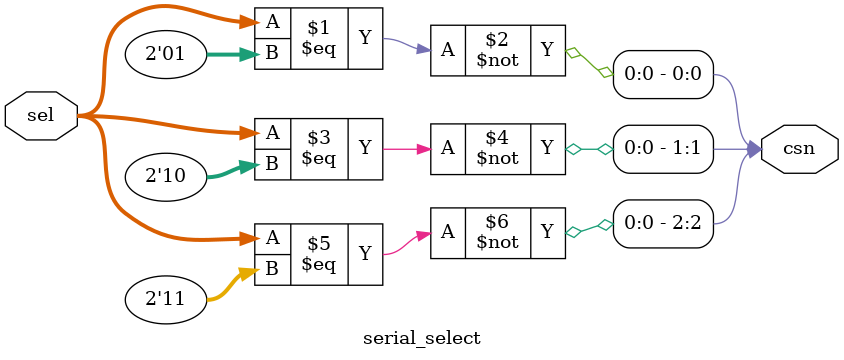
<source format=v>
module serial_select(
    input [1:0] sel,
    output [2:0] csn
    );

   // no outputs active when sel == 2'b00
   assign csn[0] = ~(sel == 2'b01);
   assign csn[1] = ~(sel == 2'b10);
   assign csn[2] = ~(sel == 2'b11);

endmodule

</source>
